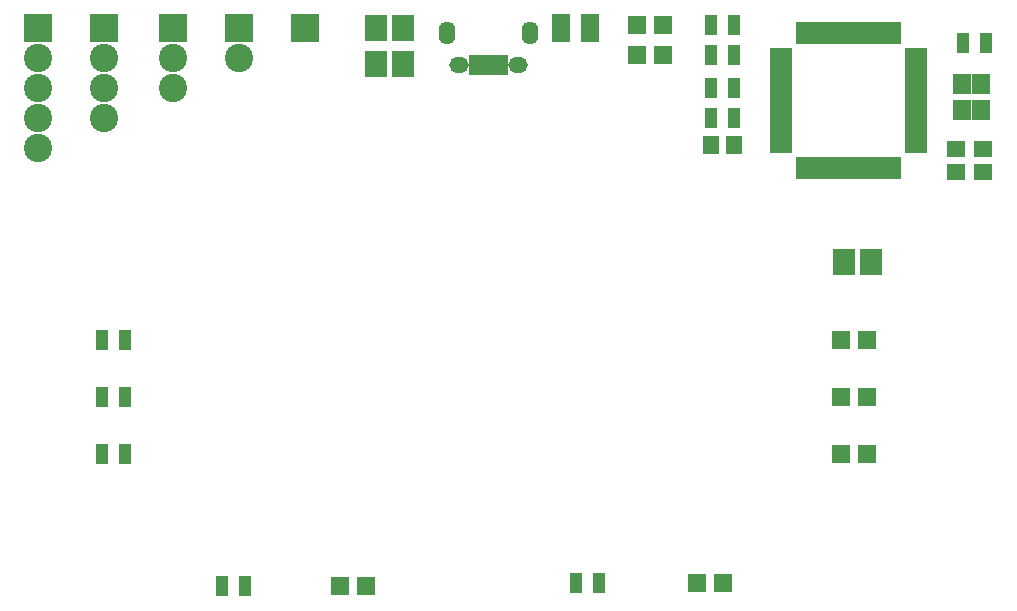
<source format=gbr>
G04 #@! TF.FileFunction,Soldermask,Bot*
%FSLAX46Y46*%
G04 Gerber Fmt 4.6, Leading zero omitted, Abs format (unit mm)*
G04 Created by KiCad (PCBNEW 4.0.4-stable) date Saturday, 28 October 2017 'AMt' 09:45:45*
%MOMM*%
%LPD*%
G01*
G04 APERTURE LIST*
%ADD10C,0.100000*%
%ADD11R,1.900000X0.950000*%
%ADD12R,0.950000X1.900000*%
%ADD13R,0.800000X1.750000*%
%ADD14O,1.650000X1.350000*%
%ADD15O,1.400000X1.950000*%
%ADD16R,1.540000X2.430000*%
%ADD17R,1.600000X1.800000*%
%ADD18R,1.600000X1.600000*%
%ADD19R,1.100000X1.700000*%
%ADD20R,1.650000X1.400000*%
%ADD21R,1.400000X1.650000*%
%ADD22R,1.950000X2.200000*%
%ADD23R,2.400000X2.400000*%
%ADD24C,2.400000*%
G04 APERTURE END LIST*
D10*
D11*
X186832000Y-84010000D03*
X186832000Y-83210000D03*
X186832000Y-82410000D03*
X186832000Y-81610000D03*
X186832000Y-80810000D03*
X186832000Y-80010000D03*
X186832000Y-79210000D03*
X186832000Y-78410000D03*
X186832000Y-77610000D03*
X186832000Y-76810000D03*
X186832000Y-76010000D03*
D12*
X188532000Y-74310000D03*
X189332000Y-74310000D03*
X190132000Y-74310000D03*
X190932000Y-74310000D03*
X191732000Y-74310000D03*
X192532000Y-74310000D03*
X193332000Y-74310000D03*
X194132000Y-74310000D03*
X194932000Y-74310000D03*
X195732000Y-74310000D03*
X196532000Y-74310000D03*
D11*
X198232000Y-76010000D03*
X198232000Y-76810000D03*
X198232000Y-77610000D03*
X198232000Y-78410000D03*
X198232000Y-79210000D03*
X198232000Y-80010000D03*
X198232000Y-80810000D03*
X198232000Y-81610000D03*
X198232000Y-82410000D03*
X198232000Y-83210000D03*
X198232000Y-84010000D03*
D12*
X196532000Y-85710000D03*
X195732000Y-85710000D03*
X194932000Y-85710000D03*
X194132000Y-85710000D03*
X193332000Y-85710000D03*
X192532000Y-85710000D03*
X191732000Y-85710000D03*
X190932000Y-85710000D03*
X190132000Y-85710000D03*
X189332000Y-85710000D03*
X188532000Y-85710000D03*
D13*
X160751100Y-77000540D03*
X161401100Y-77000540D03*
X162051100Y-77000540D03*
X162701100Y-77000540D03*
X163351100Y-77000540D03*
D14*
X159551100Y-77000540D03*
X164551100Y-77000540D03*
D15*
X158551100Y-74300540D03*
X165551100Y-74300540D03*
D16*
X168218000Y-73914000D03*
X170618000Y-73914000D03*
D17*
X202146000Y-80856000D03*
X202146000Y-78656000D03*
X203746000Y-80856000D03*
X203746000Y-78656000D03*
D18*
X194140000Y-100330000D03*
X191940000Y-100330000D03*
X194140000Y-105156000D03*
X191940000Y-105156000D03*
X194140000Y-109982000D03*
X191940000Y-109982000D03*
X181948000Y-120904000D03*
X179748000Y-120904000D03*
X151722000Y-121158000D03*
X149522000Y-121158000D03*
D19*
X131252000Y-100330000D03*
X129352000Y-100330000D03*
X131252000Y-105156000D03*
X129352000Y-105156000D03*
X131252000Y-109982000D03*
X129352000Y-109982000D03*
X171384000Y-120904000D03*
X169484000Y-120904000D03*
X141412000Y-121158000D03*
X139512000Y-121158000D03*
X182814000Y-78994000D03*
X180914000Y-78994000D03*
X182814000Y-81534000D03*
X180914000Y-81534000D03*
X202250000Y-75184000D03*
X204150000Y-75184000D03*
D20*
X203962000Y-84090000D03*
X203962000Y-86090000D03*
X201676000Y-84090000D03*
X201676000Y-86090000D03*
D21*
X182864000Y-83820000D03*
X180864000Y-83820000D03*
D22*
X154845000Y-73914000D03*
X152495000Y-73914000D03*
X154845000Y-76962000D03*
X152495000Y-76962000D03*
D23*
X135382000Y-73914000D03*
D24*
X135382000Y-76454000D03*
X135382000Y-78994000D03*
D23*
X123952000Y-73914000D03*
D24*
X123952000Y-76454000D03*
X123952000Y-78994000D03*
X123952000Y-81534000D03*
X123952000Y-84074000D03*
D23*
X129540000Y-73914000D03*
D24*
X129540000Y-76454000D03*
X129540000Y-78994000D03*
X129540000Y-81534000D03*
D23*
X146558000Y-73914000D03*
X140970000Y-73914000D03*
D24*
X140970000Y-76454000D03*
D22*
X192119000Y-93726000D03*
X194469000Y-93726000D03*
D18*
X174668000Y-73660000D03*
X176868000Y-73660000D03*
X174668000Y-76200000D03*
X176868000Y-76200000D03*
D19*
X182814000Y-73660000D03*
X180914000Y-73660000D03*
X182814000Y-76200000D03*
X180914000Y-76200000D03*
M02*

</source>
